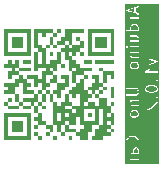
<source format=gbr>
%TF.GenerationSoftware,KiCad,Pcbnew,8.0.3*%
%TF.CreationDate,2024-06-17T22:46:01+08:00*%
%TF.ProjectId,uno_car,756e6f5f-6361-4722-9e6b-696361645f70,v1.0.2*%
%TF.SameCoordinates,Original*%
%TF.FileFunction,Legend,Bot*%
%TF.FilePolarity,Positive*%
%FSLAX46Y46*%
G04 Gerber Fmt 4.6, Leading zero omitted, Abs format (unit mm)*
G04 Created by KiCad (PCBNEW 8.0.3) date 2024-06-17 22:46:01*
%MOMM*%
%LPD*%
G01*
G04 APERTURE LIST*
%ADD10C,0.100000*%
%ADD11C,0.000000*%
G04 APERTURE END LIST*
D10*
G36*
X207726202Y-81537200D02*
G01*
X207762562Y-81604726D01*
X207765731Y-81818912D01*
X207736228Y-81882676D01*
X207460964Y-81884606D01*
X207471140Y-81862613D01*
X207477716Y-81856038D01*
X207480380Y-81842644D01*
X207481396Y-81840449D01*
X207481033Y-81839360D01*
X207481522Y-81836904D01*
X207478265Y-81616799D01*
X207512770Y-81542224D01*
X207580512Y-81505747D01*
X207653010Y-81503335D01*
X207726202Y-81537200D01*
G37*
G36*
X207681687Y-78395780D02*
G01*
X207681881Y-78396070D01*
X207720563Y-78431490D01*
X207762616Y-78509588D01*
X207765424Y-78629100D01*
X207729789Y-78706116D01*
X207729501Y-78706310D01*
X207694078Y-78744992D01*
X207616105Y-78786977D01*
X207354455Y-78790244D01*
X207276594Y-78754218D01*
X207276401Y-78753929D01*
X207237719Y-78718509D01*
X207195666Y-78640409D01*
X207192858Y-78520897D01*
X207228493Y-78443880D01*
X207228782Y-78443688D01*
X207264203Y-78405006D01*
X207342175Y-78363021D01*
X207603827Y-78359754D01*
X207681687Y-78395780D01*
G37*
G36*
X209029339Y-76218745D02*
G01*
X209205651Y-76259528D01*
X209209581Y-76262578D01*
X209291631Y-76300542D01*
X209291825Y-76300832D01*
X209330507Y-76336252D01*
X209372623Y-76414466D01*
X209375035Y-76486963D01*
X209339733Y-76563259D01*
X209339445Y-76563453D01*
X209304022Y-76602135D01*
X209223771Y-76645347D01*
X209219815Y-76645540D01*
X209045364Y-76692441D01*
X209041466Y-76691666D01*
X208819296Y-76694953D01*
X208815498Y-76693159D01*
X208639185Y-76652375D01*
X208635255Y-76649325D01*
X208553205Y-76611361D01*
X208553012Y-76611072D01*
X208514330Y-76575652D01*
X208472214Y-76497436D01*
X208469802Y-76424939D01*
X208505104Y-76348642D01*
X208505393Y-76348450D01*
X208540814Y-76309768D01*
X208621064Y-76266556D01*
X208625022Y-76266364D01*
X208799472Y-76219462D01*
X208803371Y-76220238D01*
X209025540Y-76216950D01*
X209029339Y-76218745D01*
G37*
G36*
X207681687Y-74300542D02*
G01*
X207681881Y-74300832D01*
X207720563Y-74336252D01*
X207762616Y-74414350D01*
X207765424Y-74533862D01*
X207729789Y-74610878D01*
X207729501Y-74611072D01*
X207694078Y-74649754D01*
X207616105Y-74691739D01*
X207354455Y-74695006D01*
X207276594Y-74658980D01*
X207276401Y-74658691D01*
X207237719Y-74623271D01*
X207195666Y-74545171D01*
X207192858Y-74425659D01*
X207228493Y-74348642D01*
X207228782Y-74348450D01*
X207264203Y-74309768D01*
X207342175Y-74267783D01*
X207603827Y-74264516D01*
X207681687Y-74300542D01*
G37*
G36*
X207681687Y-71110066D02*
G01*
X207681881Y-71110356D01*
X207720563Y-71145776D01*
X207762583Y-71223812D01*
X207765611Y-71390601D01*
X207736344Y-71453855D01*
X207224448Y-71455767D01*
X207195699Y-71402376D01*
X207192671Y-71235587D01*
X207228493Y-71158166D01*
X207228782Y-71157974D01*
X207264203Y-71119292D01*
X207342175Y-71077307D01*
X207603827Y-71074040D01*
X207681687Y-71110066D01*
G37*
G36*
X207479904Y-69960428D02*
G01*
X206964682Y-69790715D01*
X207477272Y-69617830D01*
X207479904Y-69960428D01*
G37*
G36*
X209583530Y-82851352D02*
G01*
X206651364Y-82851352D01*
X206651364Y-82598809D01*
X207095808Y-82598809D01*
X207099614Y-82713181D01*
X207126674Y-82740241D01*
X207164942Y-82740241D01*
X207192002Y-82713181D01*
X207195808Y-82694047D01*
X207193191Y-82615415D01*
X207228493Y-82539118D01*
X207228782Y-82538926D01*
X207264203Y-82500244D01*
X207344082Y-82457232D01*
X207831609Y-82454527D01*
X207858669Y-82427467D01*
X207858669Y-82389199D01*
X207831609Y-82362139D01*
X207812475Y-82358333D01*
X207340223Y-82360953D01*
X207332739Y-82358459D01*
X207323285Y-82361047D01*
X207126674Y-82362139D01*
X207099614Y-82389199D01*
X207099614Y-82427467D01*
X207126674Y-82454527D01*
X207145808Y-82458333D01*
X207171265Y-82458191D01*
X207165895Y-82464056D01*
X207160667Y-82465799D01*
X207148705Y-82481211D01*
X207106189Y-82573099D01*
X207099614Y-82579675D01*
X207096949Y-82593068D01*
X207095934Y-82595264D01*
X207096296Y-82596352D01*
X207095808Y-82598809D01*
X206651364Y-82598809D01*
X206651364Y-81598809D01*
X207095808Y-81598809D01*
X207099155Y-81783165D01*
X207095934Y-81792830D01*
X207099572Y-81806114D01*
X207099614Y-81808419D01*
X207100425Y-81809230D01*
X207101087Y-81811646D01*
X207151893Y-81906001D01*
X207155654Y-81917283D01*
X207159629Y-81920368D01*
X207160667Y-81922295D01*
X207163200Y-81923139D01*
X207171066Y-81929244D01*
X207262955Y-81971760D01*
X207269531Y-81978336D01*
X207282924Y-81981000D01*
X207285120Y-81982016D01*
X207286208Y-81981653D01*
X207288665Y-81982142D01*
X207379338Y-81981506D01*
X207380358Y-81982016D01*
X207381941Y-81981488D01*
X207755024Y-81978872D01*
X207761311Y-81982016D01*
X207771078Y-81978760D01*
X207831609Y-81978336D01*
X207858669Y-81951276D01*
X207858669Y-81913008D01*
X207838232Y-81892571D01*
X207852093Y-81862613D01*
X207858669Y-81856038D01*
X207861333Y-81842644D01*
X207862349Y-81840449D01*
X207861986Y-81839360D01*
X207862475Y-81836904D01*
X207859046Y-81605171D01*
X207862349Y-81595264D01*
X207858702Y-81581949D01*
X207858669Y-81579675D01*
X207857857Y-81578863D01*
X207857196Y-81576448D01*
X207806386Y-81482086D01*
X207802628Y-81470811D01*
X207798654Y-81467727D01*
X207797616Y-81465798D01*
X207795080Y-81464952D01*
X207787216Y-81458849D01*
X207695326Y-81416333D01*
X207688751Y-81409758D01*
X207675355Y-81407093D01*
X207673161Y-81406078D01*
X207672073Y-81406440D01*
X207669617Y-81405952D01*
X207579456Y-81408952D01*
X207570834Y-81406078D01*
X207557694Y-81409676D01*
X207555245Y-81409758D01*
X207554433Y-81410569D01*
X207552018Y-81411231D01*
X207457656Y-81462040D01*
X207446381Y-81465799D01*
X207443297Y-81469772D01*
X207441368Y-81470811D01*
X207440522Y-81473346D01*
X207434419Y-81481211D01*
X207391903Y-81573099D01*
X207385328Y-81579675D01*
X207382663Y-81593068D01*
X207381648Y-81595264D01*
X207382010Y-81596352D01*
X207381522Y-81598809D01*
X207384778Y-81818912D01*
X207354036Y-81885355D01*
X207307271Y-81885683D01*
X207232080Y-81850893D01*
X207195699Y-81783328D01*
X207192671Y-81616539D01*
X207243301Y-81507116D01*
X207231199Y-81470811D01*
X207196971Y-81453697D01*
X207160667Y-81465799D01*
X207148705Y-81481211D01*
X207106189Y-81573099D01*
X207099614Y-81579675D01*
X207096949Y-81593068D01*
X207095934Y-81595264D01*
X207096296Y-81596352D01*
X207095808Y-81598809D01*
X206651364Y-81598809D01*
X206651364Y-80789285D01*
X206762475Y-80789285D01*
X206765343Y-80875493D01*
X206762601Y-80880979D01*
X206765041Y-80900334D01*
X206813900Y-81036645D01*
X206813900Y-81046514D01*
X206821530Y-81057933D01*
X206822321Y-81060139D01*
X206823347Y-81060652D01*
X206824739Y-81062735D01*
X206888578Y-81121193D01*
X206926847Y-81121193D01*
X206953907Y-81094133D01*
X206953907Y-81055864D01*
X206943068Y-81039643D01*
X206905143Y-81004916D01*
X206862302Y-80885392D01*
X206862475Y-80884523D01*
X206859836Y-80805223D01*
X206859909Y-80805096D01*
X206899170Y-80677872D01*
X206976991Y-80596103D01*
X206977693Y-80595911D01*
X207058739Y-80552270D01*
X207062697Y-80552078D01*
X207237147Y-80505176D01*
X207241046Y-80505952D01*
X207368592Y-80502955D01*
X207371776Y-80504459D01*
X207548088Y-80545242D01*
X207552018Y-80548292D01*
X207634068Y-80586256D01*
X207634262Y-80586546D01*
X207719298Y-80667475D01*
X207762648Y-80788414D01*
X207762475Y-80789285D01*
X207765113Y-80868584D01*
X207765041Y-80868712D01*
X207725708Y-80996165D01*
X207671042Y-81055864D01*
X207671042Y-81094133D01*
X207698101Y-81121193D01*
X207736370Y-81121193D01*
X207752591Y-81110355D01*
X207795148Y-81063880D01*
X207802629Y-81060140D01*
X207809315Y-81048408D01*
X207811050Y-81046515D01*
X207811050Y-81045366D01*
X207812290Y-81043191D01*
X207853869Y-80908456D01*
X207858669Y-80903657D01*
X207862475Y-80884523D01*
X207859606Y-80798314D01*
X207862349Y-80792829D01*
X207859909Y-80773473D01*
X207811050Y-80637161D01*
X207811050Y-80627294D01*
X207803420Y-80615876D01*
X207802629Y-80613668D01*
X207801601Y-80613154D01*
X207800211Y-80611073D01*
X207709490Y-80524733D01*
X207707389Y-80518430D01*
X207691977Y-80506468D01*
X207606165Y-80466763D01*
X207604145Y-80463397D01*
X207586506Y-80455064D01*
X207406766Y-80413487D01*
X207403037Y-80409758D01*
X207383903Y-80405952D01*
X207252636Y-80409036D01*
X207248405Y-80406497D01*
X207228919Y-80407445D01*
X207051426Y-80455164D01*
X207047025Y-80453697D01*
X207028209Y-80458850D01*
X206942508Y-80504996D01*
X206936198Y-80504996D01*
X206919977Y-80515835D01*
X206830994Y-80609332D01*
X206822321Y-80613669D01*
X206815531Y-80625579D01*
X206813900Y-80627294D01*
X206813900Y-80628441D01*
X206812660Y-80630617D01*
X206771080Y-80765351D01*
X206766281Y-80770151D01*
X206762475Y-80789285D01*
X206651364Y-80789285D01*
X206651364Y-79265476D01*
X207381522Y-79265476D01*
X207385328Y-80046515D01*
X207412388Y-80073575D01*
X207450656Y-80073575D01*
X207477716Y-80046515D01*
X207481522Y-80027381D01*
X207477716Y-79246342D01*
X207450656Y-79219282D01*
X207412388Y-79219282D01*
X207385328Y-79246342D01*
X207381522Y-79265476D01*
X206651364Y-79265476D01*
X206651364Y-78503571D01*
X207095808Y-78503571D01*
X207099029Y-78640685D01*
X207095934Y-78649973D01*
X207099558Y-78663208D01*
X207099614Y-78665562D01*
X207100425Y-78666373D01*
X207101087Y-78668789D01*
X207147233Y-78754489D01*
X207147233Y-78760800D01*
X207158072Y-78777021D01*
X207160623Y-78779357D01*
X207160667Y-78779438D01*
X207160736Y-78779461D01*
X207201530Y-78816816D01*
X207203273Y-78822045D01*
X207218685Y-78834006D01*
X207310574Y-78876522D01*
X207317150Y-78883098D01*
X207330543Y-78885762D01*
X207332739Y-78886778D01*
X207333827Y-78886415D01*
X207336284Y-78886904D01*
X207615463Y-78883418D01*
X207625543Y-78886778D01*
X207638877Y-78883126D01*
X207641132Y-78883098D01*
X207641943Y-78882286D01*
X207644359Y-78881625D01*
X207730059Y-78835479D01*
X207736370Y-78835479D01*
X207752591Y-78824641D01*
X207754929Y-78822087D01*
X207755008Y-78822045D01*
X207755030Y-78821976D01*
X207792386Y-78781181D01*
X207797616Y-78779439D01*
X207809577Y-78764027D01*
X207852093Y-78672137D01*
X207858669Y-78665562D01*
X207861333Y-78652168D01*
X207862349Y-78649973D01*
X207861986Y-78648884D01*
X207862475Y-78646428D01*
X207859253Y-78509312D01*
X207862349Y-78500026D01*
X207858724Y-78486790D01*
X207858669Y-78484437D01*
X207857857Y-78483625D01*
X207857196Y-78481210D01*
X207811050Y-78395509D01*
X207811050Y-78389198D01*
X207800211Y-78372977D01*
X207797659Y-78370640D01*
X207797616Y-78370560D01*
X207797545Y-78370536D01*
X207756750Y-78333181D01*
X207755008Y-78327954D01*
X207739596Y-78315992D01*
X207647707Y-78273476D01*
X207641132Y-78266901D01*
X207627738Y-78264236D01*
X207625543Y-78263221D01*
X207624454Y-78263583D01*
X207621998Y-78263095D01*
X207342817Y-78266580D01*
X207332739Y-78263221D01*
X207319404Y-78266872D01*
X207317150Y-78266901D01*
X207316338Y-78267712D01*
X207313923Y-78268374D01*
X207228222Y-78314520D01*
X207221911Y-78314520D01*
X207205690Y-78325359D01*
X207203353Y-78327910D01*
X207203273Y-78327954D01*
X207203249Y-78328024D01*
X207165895Y-78368818D01*
X207160667Y-78370561D01*
X207148705Y-78385973D01*
X207106189Y-78477861D01*
X207099614Y-78484437D01*
X207096949Y-78497830D01*
X207095934Y-78500026D01*
X207096296Y-78501114D01*
X207095808Y-78503571D01*
X206651364Y-78503571D01*
X206651364Y-77598809D01*
X207095808Y-77598809D01*
X207099029Y-77735923D01*
X207095934Y-77745211D01*
X207099558Y-77758446D01*
X207099614Y-77760800D01*
X207100425Y-77761611D01*
X207101087Y-77764027D01*
X207151893Y-77858382D01*
X207155654Y-77869664D01*
X207159629Y-77872749D01*
X207160667Y-77874676D01*
X207163200Y-77875520D01*
X207171066Y-77881625D01*
X207262955Y-77924141D01*
X207269531Y-77930717D01*
X207282924Y-77933381D01*
X207285120Y-77934397D01*
X207286208Y-77934034D01*
X207288665Y-77934523D01*
X207831609Y-77930717D01*
X207858669Y-77903657D01*
X207858669Y-77865389D01*
X207831609Y-77838329D01*
X207812475Y-77834523D01*
X207307271Y-77838064D01*
X207232080Y-77803274D01*
X207198907Y-77741666D01*
X208372419Y-77741666D01*
X208375847Y-77973397D01*
X208372545Y-77983306D01*
X208376191Y-77996620D01*
X208376225Y-77998895D01*
X208377036Y-77999706D01*
X208377698Y-78002122D01*
X208423844Y-78087822D01*
X208423844Y-78094133D01*
X208434683Y-78110354D01*
X208437234Y-78112690D01*
X208437278Y-78112771D01*
X208437347Y-78112794D01*
X208478141Y-78150149D01*
X208479884Y-78155378D01*
X208495296Y-78167339D01*
X208587185Y-78209855D01*
X208593761Y-78216431D01*
X208607154Y-78219095D01*
X208609350Y-78220111D01*
X208610438Y-78219748D01*
X208612895Y-78220237D01*
X208699103Y-78217368D01*
X208704589Y-78220111D01*
X208723944Y-78217671D01*
X208860255Y-78168812D01*
X208870124Y-78168812D01*
X208881543Y-78161181D01*
X208883749Y-78160391D01*
X208884262Y-78159364D01*
X208886345Y-78157973D01*
X209373107Y-77666711D01*
X209376225Y-78189371D01*
X209403285Y-78216431D01*
X209441553Y-78216431D01*
X209468613Y-78189371D01*
X209472419Y-78170237D01*
X209468613Y-77532056D01*
X209441553Y-77504996D01*
X209403285Y-77504996D01*
X209387064Y-77515835D01*
X208831547Y-78076485D01*
X208709002Y-78120409D01*
X208708133Y-78120237D01*
X208629502Y-78122853D01*
X208553205Y-78087551D01*
X208553012Y-78087262D01*
X208514330Y-78051842D01*
X208472331Y-77973842D01*
X208469162Y-77759656D01*
X208505104Y-77681975D01*
X208505393Y-77681783D01*
X208563851Y-77617944D01*
X208563851Y-77579675D01*
X208536791Y-77552615D01*
X208498522Y-77552615D01*
X208482301Y-77563454D01*
X208442506Y-77606913D01*
X208437278Y-77608656D01*
X208425316Y-77624068D01*
X208382800Y-77715956D01*
X208376225Y-77722532D01*
X208373560Y-77735925D01*
X208372545Y-77738121D01*
X208372907Y-77739209D01*
X208372419Y-77741666D01*
X207198907Y-77741666D01*
X207195666Y-77735647D01*
X207192858Y-77616135D01*
X207228493Y-77539118D01*
X207228782Y-77538926D01*
X207259554Y-77505320D01*
X207831609Y-77502146D01*
X207858669Y-77475086D01*
X207858669Y-77436818D01*
X207831609Y-77409758D01*
X207812475Y-77405952D01*
X207126674Y-77409758D01*
X207099614Y-77436818D01*
X207099614Y-77475086D01*
X207126674Y-77502146D01*
X207137978Y-77504394D01*
X207106189Y-77573099D01*
X207099614Y-77579675D01*
X207096949Y-77593068D01*
X207095934Y-77595264D01*
X207096296Y-77596352D01*
X207095808Y-77598809D01*
X206651364Y-77598809D01*
X206651364Y-77151103D01*
X209280986Y-77151103D01*
X209280986Y-77151104D01*
X209280986Y-77189373D01*
X209291825Y-77205594D01*
X209355666Y-77264051D01*
X209393934Y-77264051D01*
X209393935Y-77264051D01*
X209393937Y-77264048D01*
X209410155Y-77253212D01*
X209468613Y-77189373D01*
X209468613Y-77151104D01*
X209468613Y-77151103D01*
X209457774Y-77134882D01*
X209393945Y-77076435D01*
X209393935Y-77076425D01*
X209355666Y-77076425D01*
X209339445Y-77087263D01*
X209280986Y-77151103D01*
X206651364Y-77151103D01*
X206651364Y-76389199D01*
X206766281Y-76389199D01*
X206766281Y-76427467D01*
X206793341Y-76454527D01*
X206812475Y-76458333D01*
X207603197Y-76454701D01*
X207681687Y-76491018D01*
X207681881Y-76491308D01*
X207720563Y-76526728D01*
X207762583Y-76604764D01*
X207765611Y-76771553D01*
X207729789Y-76848973D01*
X207729501Y-76849167D01*
X207694078Y-76887849D01*
X207616193Y-76929787D01*
X206793341Y-76933567D01*
X206766281Y-76960627D01*
X206766281Y-76998895D01*
X206793341Y-77025955D01*
X206812475Y-77029761D01*
X207614864Y-77026075D01*
X207625543Y-77029635D01*
X207638943Y-77025965D01*
X207641132Y-77025955D01*
X207641943Y-77025143D01*
X207644359Y-77024482D01*
X207730059Y-76978336D01*
X207736370Y-76978336D01*
X207752591Y-76967498D01*
X207754929Y-76964944D01*
X207755008Y-76964902D01*
X207755030Y-76964833D01*
X207792386Y-76924038D01*
X207797616Y-76922296D01*
X207809577Y-76906884D01*
X207852093Y-76814994D01*
X207858669Y-76808419D01*
X207861333Y-76795025D01*
X207862349Y-76792830D01*
X207861986Y-76791741D01*
X207862475Y-76789285D01*
X207859127Y-76604928D01*
X207862349Y-76595264D01*
X207858710Y-76581979D01*
X207858669Y-76579675D01*
X207857857Y-76578863D01*
X207857196Y-76576448D01*
X207811050Y-76490747D01*
X207811050Y-76484436D01*
X207800211Y-76468215D01*
X207797659Y-76465878D01*
X207797616Y-76465798D01*
X207797545Y-76465774D01*
X207756750Y-76428419D01*
X207755008Y-76423192D01*
X207739596Y-76411230D01*
X207733335Y-76408333D01*
X208372419Y-76408333D01*
X208375419Y-76498492D01*
X208372545Y-76507116D01*
X208376143Y-76520255D01*
X208376225Y-76522705D01*
X208377036Y-76523516D01*
X208377698Y-76525932D01*
X208423844Y-76611632D01*
X208423844Y-76617943D01*
X208434683Y-76634164D01*
X208437234Y-76636500D01*
X208437278Y-76636581D01*
X208437347Y-76636604D01*
X208478141Y-76673959D01*
X208479884Y-76679188D01*
X208495296Y-76691149D01*
X208581108Y-76730853D01*
X208583129Y-76734221D01*
X208600768Y-76742554D01*
X208780507Y-76784130D01*
X208784237Y-76787860D01*
X208803371Y-76791666D01*
X209029440Y-76788321D01*
X209034107Y-76791121D01*
X209053593Y-76790173D01*
X209231085Y-76742453D01*
X209235487Y-76743921D01*
X209254303Y-76738768D01*
X209340003Y-76692622D01*
X209346314Y-76692622D01*
X209362535Y-76681784D01*
X209364873Y-76679230D01*
X209364952Y-76679188D01*
X209364974Y-76679119D01*
X209402330Y-76638324D01*
X209407560Y-76636582D01*
X209419521Y-76621170D01*
X209462037Y-76529280D01*
X209468613Y-76522705D01*
X209471277Y-76509311D01*
X209472293Y-76507116D01*
X209471930Y-76506027D01*
X209472419Y-76503571D01*
X209469418Y-76413410D01*
X209472293Y-76404788D01*
X209468694Y-76391648D01*
X209468613Y-76389199D01*
X209467801Y-76388387D01*
X209467140Y-76385972D01*
X209420994Y-76300271D01*
X209420994Y-76293960D01*
X209410155Y-76277739D01*
X209407603Y-76275402D01*
X209407560Y-76275322D01*
X209407489Y-76275298D01*
X209366694Y-76237943D01*
X209364952Y-76232716D01*
X209349540Y-76220754D01*
X209263728Y-76181049D01*
X209261708Y-76177683D01*
X209244069Y-76169350D01*
X209064329Y-76127773D01*
X209060600Y-76124044D01*
X209041466Y-76120238D01*
X208815396Y-76123582D01*
X208810730Y-76120783D01*
X208791244Y-76121731D01*
X208613751Y-76169450D01*
X208609350Y-76167983D01*
X208590534Y-76173136D01*
X208504833Y-76219282D01*
X208498522Y-76219282D01*
X208482301Y-76230121D01*
X208479964Y-76232672D01*
X208479884Y-76232716D01*
X208479860Y-76232786D01*
X208442506Y-76273580D01*
X208437278Y-76275323D01*
X208425316Y-76290735D01*
X208382800Y-76382623D01*
X208376225Y-76389199D01*
X208373560Y-76402592D01*
X208372545Y-76404788D01*
X208372907Y-76405876D01*
X208372419Y-76408333D01*
X207733335Y-76408333D01*
X207647707Y-76368714D01*
X207641132Y-76362139D01*
X207627738Y-76359474D01*
X207625543Y-76358459D01*
X207624454Y-76358821D01*
X207621998Y-76358333D01*
X206793341Y-76362139D01*
X206766281Y-76389199D01*
X206651364Y-76389199D01*
X206651364Y-75170238D01*
X207381522Y-75170238D01*
X207385328Y-75951277D01*
X207412388Y-75978337D01*
X207450656Y-75978337D01*
X207477716Y-75951277D01*
X207481522Y-75932143D01*
X207480501Y-75722532D01*
X209280986Y-75722532D01*
X209280986Y-75722533D01*
X209280986Y-75760802D01*
X209291825Y-75777023D01*
X209355666Y-75835480D01*
X209393934Y-75835480D01*
X209393935Y-75835480D01*
X209393937Y-75835477D01*
X209410155Y-75824641D01*
X209468613Y-75760802D01*
X209468613Y-75722533D01*
X209468613Y-75722532D01*
X209457774Y-75706311D01*
X209393945Y-75647864D01*
X209393935Y-75647854D01*
X209355666Y-75647854D01*
X209339445Y-75658692D01*
X209280986Y-75722532D01*
X207480501Y-75722532D01*
X207477716Y-75151104D01*
X207450656Y-75124044D01*
X207412388Y-75124044D01*
X207385328Y-75151104D01*
X207381522Y-75170238D01*
X206651364Y-75170238D01*
X206651364Y-75037084D01*
X208373370Y-75037084D01*
X208376225Y-75041366D01*
X208376225Y-75046515D01*
X208386521Y-75056811D01*
X208394597Y-75068925D01*
X208399644Y-75069934D01*
X208403285Y-75073575D01*
X208422419Y-75077381D01*
X209374559Y-75073825D01*
X209376225Y-75332229D01*
X209403285Y-75359289D01*
X209441553Y-75359289D01*
X209468613Y-75332229D01*
X209472419Y-75313095D01*
X209468613Y-74722533D01*
X209441553Y-74695473D01*
X209403285Y-74695473D01*
X209376225Y-74722533D01*
X209372419Y-74741667D01*
X209373939Y-74977562D01*
X208577256Y-74980537D01*
X208580418Y-74978337D01*
X208584410Y-74978337D01*
X208600631Y-74967498D01*
X208686968Y-74876779D01*
X208693274Y-74874678D01*
X208705235Y-74859266D01*
X208758007Y-74745212D01*
X208745905Y-74708907D01*
X208711677Y-74691793D01*
X208675373Y-74703895D01*
X208663411Y-74719307D01*
X208625447Y-74801357D01*
X208625159Y-74801550D01*
X208542360Y-74888549D01*
X208537541Y-74890540D01*
X208407298Y-74981172D01*
X208403285Y-74981187D01*
X208394152Y-74990319D01*
X208380875Y-74999559D01*
X208379865Y-75004606D01*
X208376225Y-75008247D01*
X208376225Y-75022809D01*
X208373370Y-75037084D01*
X206651364Y-75037084D01*
X206651364Y-74408333D01*
X207095808Y-74408333D01*
X207099029Y-74545447D01*
X207095934Y-74554735D01*
X207099558Y-74567970D01*
X207099614Y-74570324D01*
X207100425Y-74571135D01*
X207101087Y-74573551D01*
X207147233Y-74659251D01*
X207147233Y-74665562D01*
X207158072Y-74681783D01*
X207160623Y-74684119D01*
X207160667Y-74684200D01*
X207160736Y-74684223D01*
X207201530Y-74721578D01*
X207203273Y-74726807D01*
X207218685Y-74738768D01*
X207310574Y-74781284D01*
X207317150Y-74787860D01*
X207330543Y-74790524D01*
X207332739Y-74791540D01*
X207333827Y-74791177D01*
X207336284Y-74791666D01*
X207615463Y-74788180D01*
X207625543Y-74791540D01*
X207638877Y-74787888D01*
X207641132Y-74787860D01*
X207641943Y-74787048D01*
X207644359Y-74786387D01*
X207730059Y-74740241D01*
X207736370Y-74740241D01*
X207752591Y-74729403D01*
X207754929Y-74726849D01*
X207755008Y-74726807D01*
X207755030Y-74726738D01*
X207792386Y-74685943D01*
X207797616Y-74684201D01*
X207809577Y-74668789D01*
X207852093Y-74576899D01*
X207858669Y-74570324D01*
X207861333Y-74556930D01*
X207862349Y-74554735D01*
X207861986Y-74553646D01*
X207862475Y-74551190D01*
X207859253Y-74414074D01*
X207862349Y-74404788D01*
X207858724Y-74391552D01*
X207858669Y-74389199D01*
X207857857Y-74388387D01*
X207857196Y-74385972D01*
X207811050Y-74300271D01*
X207811050Y-74293960D01*
X207800211Y-74277739D01*
X207797659Y-74275402D01*
X207797616Y-74275322D01*
X207797545Y-74275298D01*
X207756750Y-74237943D01*
X207755008Y-74232716D01*
X207739596Y-74220754D01*
X207647707Y-74178238D01*
X207641132Y-74171663D01*
X207627738Y-74168998D01*
X207625543Y-74167983D01*
X207624454Y-74168345D01*
X207621998Y-74167857D01*
X207342817Y-74171342D01*
X207332739Y-74167983D01*
X207319404Y-74171634D01*
X207317150Y-74171663D01*
X207316338Y-74172474D01*
X207313923Y-74173136D01*
X207228222Y-74219282D01*
X207221911Y-74219282D01*
X207205690Y-74230121D01*
X207203353Y-74232672D01*
X207203273Y-74232716D01*
X207203249Y-74232786D01*
X207165895Y-74273580D01*
X207160667Y-74275323D01*
X207148705Y-74290735D01*
X207106189Y-74382623D01*
X207099614Y-74389199D01*
X207096949Y-74402592D01*
X207095934Y-74404788D01*
X207096296Y-74405876D01*
X207095808Y-74408333D01*
X206651364Y-74408333D01*
X206651364Y-73934626D01*
X208705814Y-73934626D01*
X208722196Y-73969210D01*
X208738935Y-73979230D01*
X209279261Y-74169019D01*
X208722196Y-74371266D01*
X208705814Y-74405850D01*
X208718685Y-74441889D01*
X208753269Y-74458271D01*
X208772569Y-74455420D01*
X209422675Y-74219394D01*
X209424901Y-74220176D01*
X209439269Y-74213370D01*
X209455975Y-74207305D01*
X209457103Y-74204922D01*
X209459486Y-74203794D01*
X209465148Y-74187938D01*
X209472357Y-74172721D01*
X209471470Y-74170238D01*
X209472357Y-74167755D01*
X209465148Y-74152537D01*
X209459486Y-74136682D01*
X209457103Y-74135553D01*
X209455975Y-74133171D01*
X209439236Y-74123151D01*
X208753269Y-73882205D01*
X208718685Y-73898587D01*
X208705814Y-73934626D01*
X206651364Y-73934626D01*
X206651364Y-73503571D01*
X207095808Y-73503571D01*
X207099029Y-73640685D01*
X207095934Y-73649973D01*
X207099558Y-73663208D01*
X207099614Y-73665562D01*
X207100425Y-73666373D01*
X207101087Y-73668789D01*
X207151893Y-73763144D01*
X207155654Y-73774426D01*
X207159629Y-73777511D01*
X207160667Y-73779438D01*
X207163200Y-73780282D01*
X207171066Y-73786387D01*
X207262955Y-73828903D01*
X207269531Y-73835479D01*
X207282924Y-73838143D01*
X207285120Y-73839159D01*
X207286208Y-73838796D01*
X207288665Y-73839285D01*
X207831609Y-73835479D01*
X207858669Y-73808419D01*
X207858669Y-73770151D01*
X207831609Y-73743091D01*
X207812475Y-73739285D01*
X207307271Y-73742826D01*
X207232080Y-73708036D01*
X207195666Y-73640409D01*
X207192858Y-73520897D01*
X207228493Y-73443880D01*
X207228782Y-73443688D01*
X207259554Y-73410082D01*
X207831609Y-73406908D01*
X207858669Y-73379848D01*
X207858669Y-73341580D01*
X207831609Y-73314520D01*
X207812475Y-73310714D01*
X207126674Y-73314520D01*
X207099614Y-73341580D01*
X207099614Y-73379848D01*
X207126674Y-73406908D01*
X207137978Y-73409156D01*
X207106189Y-73477861D01*
X207099614Y-73484437D01*
X207096949Y-73497830D01*
X207095934Y-73500026D01*
X207096296Y-73501114D01*
X207095808Y-73503571D01*
X206651364Y-73503571D01*
X206651364Y-72865390D01*
X206766281Y-72865390D01*
X206766281Y-72903658D01*
X206777120Y-72919879D01*
X206840959Y-72978337D01*
X206840960Y-72978337D01*
X206879228Y-72978337D01*
X206895449Y-72967498D01*
X206953907Y-72903659D01*
X206953907Y-72865390D01*
X207099614Y-72865390D01*
X207099614Y-72903658D01*
X207126674Y-72930718D01*
X207145808Y-72934524D01*
X207831609Y-72930718D01*
X207858669Y-72903658D01*
X207858669Y-72865390D01*
X207831609Y-72838330D01*
X207812475Y-72834524D01*
X207126674Y-72838330D01*
X207099614Y-72865390D01*
X206953907Y-72865390D01*
X206953907Y-72865389D01*
X206943068Y-72849168D01*
X206879228Y-72790711D01*
X206840959Y-72790711D01*
X206824738Y-72801550D01*
X206766282Y-72865389D01*
X206766281Y-72865390D01*
X206651364Y-72865390D01*
X206651364Y-71960628D01*
X207099614Y-71960628D01*
X207099614Y-71998896D01*
X207126674Y-72025956D01*
X207145808Y-72029762D01*
X207651012Y-72026220D01*
X207726202Y-72061010D01*
X207762616Y-72128636D01*
X207765424Y-72248148D01*
X207729789Y-72325164D01*
X207729501Y-72325358D01*
X207698727Y-72358964D01*
X207126674Y-72362139D01*
X207099614Y-72389199D01*
X207099614Y-72427467D01*
X207126674Y-72454527D01*
X207145808Y-72458333D01*
X207831609Y-72454527D01*
X207858669Y-72427467D01*
X207858669Y-72389199D01*
X207831609Y-72362139D01*
X207820304Y-72359890D01*
X207852093Y-72291185D01*
X207858669Y-72284610D01*
X207861333Y-72271216D01*
X207862349Y-72269021D01*
X207861986Y-72267932D01*
X207862475Y-72265476D01*
X207859253Y-72128360D01*
X207862349Y-72119074D01*
X207858724Y-72105838D01*
X207858669Y-72103485D01*
X207857857Y-72102673D01*
X207857196Y-72100258D01*
X207806386Y-72005896D01*
X207802628Y-71994621D01*
X207798654Y-71991537D01*
X207797616Y-71989608D01*
X207795080Y-71988762D01*
X207787216Y-71982659D01*
X207695326Y-71940143D01*
X207688751Y-71933568D01*
X207675355Y-71930903D01*
X207673161Y-71929888D01*
X207672073Y-71930250D01*
X207669617Y-71929762D01*
X207126674Y-71933568D01*
X207099614Y-71960628D01*
X206651364Y-71960628D01*
X206651364Y-71484437D01*
X206766281Y-71484437D01*
X206766281Y-71522705D01*
X206793341Y-71549765D01*
X206812475Y-71553571D01*
X207193085Y-71552149D01*
X207196971Y-71553445D01*
X207199610Y-71552125D01*
X207754526Y-71550052D01*
X207761311Y-71553445D01*
X207771680Y-71549988D01*
X207831609Y-71549765D01*
X207858669Y-71522705D01*
X207858669Y-71484437D01*
X207838232Y-71464000D01*
X207852093Y-71434042D01*
X207858669Y-71427467D01*
X207861333Y-71414073D01*
X207862349Y-71411878D01*
X207861986Y-71410789D01*
X207862475Y-71408333D01*
X207859127Y-71223976D01*
X207862349Y-71214312D01*
X207858710Y-71201027D01*
X207858669Y-71198723D01*
X207857857Y-71197911D01*
X207857196Y-71195496D01*
X207811050Y-71109795D01*
X207811050Y-71103484D01*
X207800211Y-71087263D01*
X207797659Y-71084926D01*
X207797616Y-71084846D01*
X207797545Y-71084822D01*
X207756750Y-71047467D01*
X207755008Y-71042240D01*
X207739596Y-71030278D01*
X207647707Y-70987762D01*
X207641132Y-70981187D01*
X207627738Y-70978522D01*
X207625543Y-70977507D01*
X207624454Y-70977869D01*
X207621998Y-70977381D01*
X207342817Y-70980866D01*
X207332739Y-70977507D01*
X207319404Y-70981158D01*
X207317150Y-70981187D01*
X207316338Y-70981998D01*
X207313923Y-70982660D01*
X207228222Y-71028806D01*
X207221911Y-71028806D01*
X207205690Y-71039645D01*
X207203353Y-71042196D01*
X207203273Y-71042240D01*
X207203249Y-71042310D01*
X207165895Y-71083104D01*
X207160667Y-71084847D01*
X207148705Y-71100259D01*
X207106189Y-71192147D01*
X207099614Y-71198723D01*
X207096949Y-71212116D01*
X207095934Y-71214312D01*
X207096296Y-71215400D01*
X207095808Y-71217857D01*
X207099155Y-71402213D01*
X207095934Y-71411878D01*
X207099572Y-71425162D01*
X207099614Y-71427467D01*
X207100425Y-71428278D01*
X207101087Y-71430694D01*
X207114808Y-71456176D01*
X206793341Y-71457377D01*
X206766281Y-71484437D01*
X206651364Y-71484437D01*
X206651364Y-70646428D01*
X207095808Y-70646428D01*
X207099614Y-70760800D01*
X207126674Y-70787860D01*
X207164942Y-70787860D01*
X207192002Y-70760800D01*
X207195808Y-70741666D01*
X207193191Y-70663034D01*
X207228493Y-70586737D01*
X207228782Y-70586545D01*
X207264203Y-70547863D01*
X207344082Y-70504851D01*
X207831609Y-70502146D01*
X207858669Y-70475086D01*
X207858669Y-70436818D01*
X207831609Y-70409758D01*
X207812475Y-70405952D01*
X207340223Y-70408572D01*
X207332739Y-70406078D01*
X207323285Y-70408666D01*
X207126674Y-70409758D01*
X207099614Y-70436818D01*
X207099614Y-70475086D01*
X207126674Y-70502146D01*
X207145808Y-70505952D01*
X207171265Y-70505810D01*
X207165895Y-70511675D01*
X207160667Y-70513418D01*
X207148705Y-70528830D01*
X207106189Y-70620718D01*
X207099614Y-70627294D01*
X207096949Y-70640687D01*
X207095934Y-70642883D01*
X207096296Y-70643971D01*
X207095808Y-70646428D01*
X206651364Y-70646428D01*
X206651364Y-69785741D01*
X206762601Y-69785741D01*
X206763782Y-69789285D01*
X206762601Y-69792829D01*
X206769688Y-69807005D01*
X206774702Y-69822045D01*
X206778044Y-69823715D01*
X206779715Y-69827058D01*
X206796664Y-69836719D01*
X207503650Y-70069598D01*
X207507626Y-70073574D01*
X207515719Y-70073574D01*
X207816019Y-70172492D01*
X207850247Y-70155378D01*
X207862349Y-70119074D01*
X207845234Y-70084845D01*
X207828286Y-70075184D01*
X207576490Y-69992243D01*
X207573364Y-69585420D01*
X207845234Y-69493725D01*
X207862349Y-69459496D01*
X207850247Y-69423192D01*
X207816019Y-69406078D01*
X207796663Y-69408518D01*
X207510614Y-69504996D01*
X207507626Y-69504996D01*
X207506105Y-69506516D01*
X206812301Y-69740521D01*
X206808931Y-69739411D01*
X206795120Y-69746316D01*
X206779715Y-69751512D01*
X206778044Y-69754854D01*
X206774702Y-69756525D01*
X206769688Y-69771564D01*
X206762601Y-69785741D01*
X206651364Y-69785741D01*
X206651364Y-69294967D01*
X209583530Y-69294967D01*
X209583530Y-82851352D01*
G37*
D11*
%TO.C,G\u002A\u002A\u002A*%
G36*
X198039877Y-72555928D02*
G01*
X198039877Y-73039877D01*
X197555928Y-73039877D01*
X197071979Y-73039877D01*
X197071979Y-72555928D01*
X197071979Y-72071979D01*
X197555928Y-72071979D01*
X198039877Y-72071979D01*
X198039877Y-72555928D01*
G37*
G36*
X198039877Y-79653850D02*
G01*
X198039877Y-80137799D01*
X197555928Y-80137799D01*
X197071979Y-80137799D01*
X197071979Y-79653850D01*
X197071979Y-79169900D01*
X197555928Y-79169900D01*
X198039877Y-79169900D01*
X198039877Y-79653850D01*
G37*
G36*
X198685143Y-74169092D02*
G01*
X198685143Y-74330408D01*
X198362510Y-74330408D01*
X198039877Y-74330408D01*
X198039877Y-74169092D01*
X198039877Y-74007776D01*
X198362510Y-74007776D01*
X198685143Y-74007776D01*
X198685143Y-74169092D01*
G37*
G36*
X199330408Y-80299115D02*
G01*
X199330408Y-80460432D01*
X199169092Y-80460432D01*
X199007776Y-80460432D01*
X199007776Y-80299115D01*
X199007776Y-80137799D01*
X199169092Y-80137799D01*
X199330408Y-80137799D01*
X199330408Y-80299115D01*
G37*
G36*
X199653041Y-80621748D02*
G01*
X199653041Y-80783064D01*
X199491725Y-80783064D01*
X199330408Y-80783064D01*
X199330408Y-80621748D01*
X199330408Y-80460432D01*
X199491725Y-80460432D01*
X199653041Y-80460432D01*
X199653041Y-80621748D01*
G37*
G36*
X199975674Y-78040686D02*
G01*
X199975674Y-78202002D01*
X199814358Y-78202002D01*
X199653041Y-78202002D01*
X199653041Y-78040686D01*
X199653041Y-77879369D01*
X199814358Y-77879369D01*
X199975674Y-77879369D01*
X199975674Y-78040686D01*
G37*
G36*
X200298307Y-72878561D02*
G01*
X200298307Y-73039877D01*
X200136990Y-73039877D01*
X199975674Y-73039877D01*
X199975674Y-72878561D01*
X199975674Y-72717244D01*
X200136990Y-72717244D01*
X200298307Y-72717244D01*
X200298307Y-72878561D01*
G37*
G36*
X200620940Y-73523826D02*
G01*
X200620940Y-73685143D01*
X200459623Y-73685143D01*
X200298307Y-73685143D01*
X200298307Y-73523826D01*
X200298307Y-73362510D01*
X200459623Y-73362510D01*
X200620940Y-73362510D01*
X200620940Y-73523826D01*
G37*
G36*
X200943572Y-80621748D02*
G01*
X200943572Y-80783064D01*
X200782256Y-80783064D01*
X200620940Y-80783064D01*
X200620940Y-80621748D01*
X200620940Y-80460432D01*
X200782256Y-80460432D01*
X200943572Y-80460432D01*
X200943572Y-80621748D01*
G37*
G36*
X201588838Y-74491725D02*
G01*
X201588838Y-74653041D01*
X201427522Y-74653041D01*
X201266205Y-74653041D01*
X201266205Y-74491725D01*
X201266205Y-74330408D01*
X201427522Y-74330408D01*
X201588838Y-74330408D01*
X201588838Y-74491725D01*
G37*
G36*
X202234104Y-80621748D02*
G01*
X202234104Y-80783064D01*
X202072787Y-80783064D01*
X201911471Y-80783064D01*
X201911471Y-80621748D01*
X201911471Y-80460432D01*
X202072787Y-80460432D01*
X202234104Y-80460432D01*
X202234104Y-80621748D01*
G37*
G36*
X203202002Y-73523826D02*
G01*
X203202002Y-73685143D01*
X203040686Y-73685143D01*
X202879369Y-73685143D01*
X202879369Y-73523826D01*
X202879369Y-73362510D01*
X203040686Y-73362510D01*
X203202002Y-73362510D01*
X203202002Y-73523826D01*
G37*
G36*
X203847268Y-74169092D02*
G01*
X203847268Y-74330408D01*
X203524635Y-74330408D01*
X203202002Y-74330408D01*
X203202002Y-74169092D01*
X203202002Y-74007776D01*
X203524635Y-74007776D01*
X203847268Y-74007776D01*
X203847268Y-74169092D01*
G37*
G36*
X203847268Y-78685951D02*
G01*
X203847268Y-78847268D01*
X203685951Y-78847268D01*
X203524635Y-78847268D01*
X203524635Y-78685951D01*
X203524635Y-78524635D01*
X203685951Y-78524635D01*
X203847268Y-78524635D01*
X203847268Y-78685951D01*
G37*
G36*
X205137799Y-72555928D02*
G01*
X205137799Y-73039877D01*
X204653850Y-73039877D01*
X204169900Y-73039877D01*
X204169900Y-72555928D01*
X204169900Y-72071979D01*
X204653850Y-72071979D01*
X205137799Y-72071979D01*
X205137799Y-72555928D01*
G37*
G36*
X205783064Y-74169092D02*
G01*
X205783064Y-74330408D01*
X204976482Y-74330408D01*
X204169900Y-74330408D01*
X204169900Y-74169092D01*
X204169900Y-74007776D01*
X204976482Y-74007776D01*
X205783064Y-74007776D01*
X205783064Y-74169092D01*
G37*
G36*
X205783064Y-76750154D02*
G01*
X205783064Y-77234104D01*
X205621748Y-77234104D01*
X205460432Y-77234104D01*
X205460432Y-76750154D01*
X205460432Y-76266205D01*
X205621748Y-76266205D01*
X205783064Y-76266205D01*
X205783064Y-76750154D01*
G37*
G36*
X197071979Y-77395420D02*
G01*
X197071979Y-77556736D01*
X196910662Y-77556736D01*
X196749346Y-77556736D01*
X196749346Y-77718053D01*
X196749346Y-77879369D01*
X196588030Y-77879369D01*
X196426713Y-77879369D01*
X196426713Y-77718053D01*
X196426713Y-77556736D01*
X196588030Y-77556736D01*
X196749346Y-77556736D01*
X196749346Y-77395420D01*
X196749346Y-77234104D01*
X196910662Y-77234104D01*
X197071979Y-77234104D01*
X197071979Y-77395420D01*
G37*
G36*
X196749346Y-71426713D02*
G01*
X197555928Y-71426713D01*
X198685143Y-71426713D01*
X198685143Y-72555928D01*
X198685143Y-73685143D01*
X197555928Y-73685143D01*
X196426713Y-73685143D01*
X196426713Y-72555928D01*
X196749346Y-72555928D01*
X196749346Y-73362510D01*
X197555928Y-73362510D01*
X198362510Y-73362510D01*
X198362510Y-72555928D01*
X198362510Y-71749346D01*
X197555928Y-71749346D01*
X196749346Y-71749346D01*
X196749346Y-72555928D01*
X196426713Y-72555928D01*
X196426713Y-71426713D01*
X196749346Y-71426713D01*
G37*
G36*
X196749346Y-78524635D02*
G01*
X197555928Y-78524635D01*
X198685143Y-78524635D01*
X198685143Y-79653850D01*
X198685143Y-80783064D01*
X197555928Y-80783064D01*
X196426713Y-80783064D01*
X196426713Y-79653850D01*
X196749346Y-79653850D01*
X196749346Y-80460432D01*
X197555928Y-80460432D01*
X198362510Y-80460432D01*
X198362510Y-79653850D01*
X198362510Y-78847268D01*
X197555928Y-78847268D01*
X196749346Y-78847268D01*
X196749346Y-79653850D01*
X196426713Y-79653850D01*
X196426713Y-78524635D01*
X196749346Y-78524635D01*
G37*
G36*
X203847268Y-71426713D02*
G01*
X204653850Y-71426713D01*
X205783064Y-71426713D01*
X205783064Y-72555928D01*
X205783064Y-73685143D01*
X204653850Y-73685143D01*
X203524635Y-73685143D01*
X203524635Y-72555928D01*
X203847268Y-72555928D01*
X203847268Y-73362510D01*
X204653850Y-73362510D01*
X205460432Y-73362510D01*
X205460432Y-72555928D01*
X205460432Y-71749346D01*
X204653850Y-71749346D01*
X203847268Y-71749346D01*
X203847268Y-72555928D01*
X203524635Y-72555928D01*
X203524635Y-71426713D01*
X203847268Y-71426713D01*
G37*
G36*
X199653041Y-76750154D02*
G01*
X199653041Y-76911471D01*
X199814358Y-76911471D01*
X199975674Y-76911471D01*
X199975674Y-76750154D01*
X199975674Y-76588838D01*
X200136990Y-76588838D01*
X200298307Y-76588838D01*
X200298307Y-76750154D01*
X200298307Y-76911471D01*
X200136990Y-76911471D01*
X199975674Y-76911471D01*
X199975674Y-77234104D01*
X199975674Y-77556736D01*
X199814358Y-77556736D01*
X199653041Y-77556736D01*
X199653041Y-77718053D01*
X199653041Y-77879369D01*
X199491725Y-77879369D01*
X199330408Y-77879369D01*
X199330408Y-77718053D01*
X199330408Y-77556736D01*
X199491725Y-77556736D01*
X199653041Y-77556736D01*
X199653041Y-77234104D01*
X199653041Y-76911471D01*
X199491725Y-76911471D01*
X199330408Y-76911471D01*
X199330408Y-76750154D01*
X199330408Y-76588838D01*
X199491725Y-76588838D01*
X199653041Y-76588838D01*
X199653041Y-76750154D01*
G37*
G36*
X199491725Y-78524635D02*
G01*
X199653041Y-78524635D01*
X199653041Y-78847268D01*
X199653041Y-79169900D01*
X199814358Y-79169900D01*
X199975674Y-79169900D01*
X199975674Y-79331217D01*
X199975674Y-79492533D01*
X199653041Y-79492533D01*
X199330408Y-79492533D01*
X199330408Y-79653850D01*
X199330408Y-79815166D01*
X199169092Y-79815166D01*
X199007776Y-79815166D01*
X199007776Y-79653850D01*
X199007776Y-79492533D01*
X199169092Y-79492533D01*
X199330408Y-79492533D01*
X199330408Y-79331217D01*
X199330408Y-79169900D01*
X199169092Y-79169900D01*
X199007776Y-79169900D01*
X199007776Y-79008584D01*
X199007776Y-78847268D01*
X199169092Y-78847268D01*
X199330408Y-78847268D01*
X199330408Y-78685951D01*
X199330408Y-78524635D01*
X199491725Y-78524635D01*
G37*
G36*
X199330408Y-78202002D02*
G01*
X199330408Y-78524635D01*
X199169092Y-78524635D01*
X199007776Y-78524635D01*
X199007776Y-78202002D01*
X199007776Y-77879369D01*
X199169092Y-77879369D01*
X199330408Y-77879369D01*
X199330408Y-78202002D01*
G37*
G36*
X197717244Y-77234104D02*
G01*
X197717244Y-77556736D01*
X197878561Y-77556736D01*
X198039877Y-77556736D01*
X198039877Y-77395420D01*
X198039877Y-77234104D01*
X198523826Y-77234104D01*
X199007776Y-77234104D01*
X199007776Y-77072787D01*
X199007776Y-76911471D01*
X199169092Y-76911471D01*
X199330408Y-76911471D01*
X199330408Y-77234104D01*
X199330408Y-77556736D01*
X199169092Y-77556736D01*
X199007776Y-77556736D01*
X199007776Y-77718053D01*
X199007776Y-77879369D01*
X198846459Y-77879369D01*
X198685143Y-77879369D01*
X198685143Y-78040686D01*
X198685143Y-78202002D01*
X198362510Y-78202002D01*
X198039877Y-78202002D01*
X198039877Y-78040686D01*
X198039877Y-77879369D01*
X198362510Y-77879369D01*
X198685143Y-77879369D01*
X198685143Y-77718053D01*
X198685143Y-77556736D01*
X198362510Y-77556736D01*
X198039877Y-77556736D01*
X198039877Y-77718053D01*
X198039877Y-77879369D01*
X197878561Y-77879369D01*
X197717244Y-77879369D01*
X197717244Y-78040686D01*
X197717244Y-78202002D01*
X197233295Y-78202002D01*
X196749346Y-78202002D01*
X196749346Y-78040686D01*
X196749346Y-77879369D01*
X197233295Y-77879369D01*
X197717244Y-77879369D01*
X197717244Y-77718053D01*
X197717244Y-77556736D01*
X197555928Y-77556736D01*
X197394612Y-77556736D01*
X197394612Y-77234104D01*
X197394612Y-76911471D01*
X197555928Y-76911471D01*
X197717244Y-76911471D01*
X197717244Y-77234104D01*
G37*
G36*
X200943572Y-75620940D02*
G01*
X200943572Y-75943572D01*
X201266205Y-75943572D01*
X201588838Y-75943572D01*
X201588838Y-75782256D01*
X201588838Y-75620940D01*
X201427522Y-75620940D01*
X201266205Y-75620940D01*
X201266205Y-75459623D01*
X201266205Y-75298307D01*
X201588838Y-75298307D01*
X201911471Y-75298307D01*
X201911471Y-75782256D01*
X201911471Y-76266205D01*
X201750154Y-76266205D01*
X201588838Y-76266205D01*
X201588838Y-76427522D01*
X201588838Y-76588838D01*
X201427522Y-76588838D01*
X201266205Y-76588838D01*
X201266205Y-76911471D01*
X201266205Y-77234104D01*
X201104889Y-77234104D01*
X200943572Y-77234104D01*
X200943572Y-77072787D01*
X200943572Y-76911471D01*
X200782256Y-76911471D01*
X200620940Y-76911471D01*
X200620940Y-77234104D01*
X200620940Y-77556736D01*
X200459623Y-77556736D01*
X200298307Y-77556736D01*
X200298307Y-77234104D01*
X200298307Y-76911471D01*
X200459623Y-76911471D01*
X200620940Y-76911471D01*
X200620940Y-76750154D01*
X200620940Y-76588838D01*
X200782256Y-76588838D01*
X200943572Y-76588838D01*
X200943572Y-76266205D01*
X200943572Y-75943572D01*
X200620940Y-75943572D01*
X200298307Y-75943572D01*
X200298307Y-75782256D01*
X200298307Y-75620940D01*
X200459623Y-75620940D01*
X200620940Y-75620940D01*
X200620940Y-75459623D01*
X200620940Y-75298307D01*
X200782256Y-75298307D01*
X200943572Y-75298307D01*
X200943572Y-75620940D01*
G37*
G36*
X200620940Y-71588030D02*
G01*
X200620940Y-71749346D01*
X200782256Y-71749346D01*
X200943572Y-71749346D01*
X200943572Y-71588030D01*
X200943572Y-71426713D01*
X201104889Y-71426713D01*
X201266205Y-71426713D01*
X201266205Y-71588030D01*
X201266205Y-71749346D01*
X201104889Y-71749346D01*
X200943572Y-71749346D01*
X200943572Y-71910662D01*
X200943572Y-72071979D01*
X200782256Y-72071979D01*
X200620940Y-72071979D01*
X200620940Y-72394612D01*
X200620940Y-72717244D01*
X200459623Y-72717244D01*
X200298307Y-72717244D01*
X200298307Y-72394612D01*
X200298307Y-72071979D01*
X200459623Y-72071979D01*
X200620940Y-72071979D01*
X200620940Y-71910662D01*
X200620940Y-71749346D01*
X200298307Y-71749346D01*
X199975674Y-71749346D01*
X199975674Y-71910662D01*
X199975674Y-72071979D01*
X199814358Y-72071979D01*
X199653041Y-72071979D01*
X199653041Y-71910662D01*
X199653041Y-71749346D01*
X199491725Y-71749346D01*
X199330408Y-71749346D01*
X199330408Y-72233295D01*
X199330408Y-72717244D01*
X199491725Y-72717244D01*
X199653041Y-72717244D01*
X199653041Y-72878561D01*
X199653041Y-73039877D01*
X199814358Y-73039877D01*
X199975674Y-73039877D01*
X199975674Y-73685143D01*
X199975674Y-74330408D01*
X200136990Y-74330408D01*
X200298307Y-74330408D01*
X200298307Y-74169092D01*
X200298307Y-74007776D01*
X200620940Y-74007776D01*
X200943572Y-74007776D01*
X200943572Y-73685143D01*
X200943572Y-73362510D01*
X201104889Y-73362510D01*
X201266205Y-73362510D01*
X201266205Y-73846459D01*
X201266205Y-74330408D01*
X201104889Y-74330408D01*
X200943572Y-74330408D01*
X200943572Y-74653041D01*
X200943572Y-74975674D01*
X200782256Y-74975674D01*
X200620940Y-74975674D01*
X200620940Y-74814358D01*
X200620940Y-74653041D01*
X200459623Y-74653041D01*
X200298307Y-74653041D01*
X200298307Y-74814358D01*
X200298307Y-74975674D01*
X200459623Y-74975674D01*
X200620940Y-74975674D01*
X200620940Y-75136990D01*
X200620940Y-75298307D01*
X200298307Y-75298307D01*
X199975674Y-75298307D01*
X199975674Y-75620940D01*
X199975674Y-75943572D01*
X200136990Y-75943572D01*
X200298307Y-75943572D01*
X200298307Y-76104889D01*
X200298307Y-76266205D01*
X200136990Y-76266205D01*
X199975674Y-76266205D01*
X199975674Y-76427522D01*
X199975674Y-76588838D01*
X199814358Y-76588838D01*
X199653041Y-76588838D01*
X199653041Y-76266205D01*
X199653041Y-75943572D01*
X199491725Y-75943572D01*
X199330408Y-75943572D01*
X199330408Y-76104889D01*
X199330408Y-76266205D01*
X199169092Y-76266205D01*
X199007776Y-76266205D01*
X199007776Y-75943572D01*
X199007776Y-75620940D01*
X198685143Y-75620940D01*
X198362510Y-75620940D01*
X198362510Y-75782256D01*
X198362510Y-75943572D01*
X198523826Y-75943572D01*
X198685143Y-75943572D01*
X198685143Y-76104889D01*
X198685143Y-76266205D01*
X198523826Y-76266205D01*
X198362510Y-76266205D01*
X198362510Y-76427522D01*
X198362510Y-76588838D01*
X198685143Y-76588838D01*
X199007776Y-76588838D01*
X199007776Y-76750154D01*
X199007776Y-76911471D01*
X198523826Y-76911471D01*
X198039877Y-76911471D01*
X198039877Y-76427522D01*
X198039877Y-75943572D01*
X197878561Y-75943572D01*
X197717244Y-75943572D01*
X197717244Y-76104889D01*
X197717244Y-76266205D01*
X197555928Y-76266205D01*
X197394612Y-76266205D01*
X197394612Y-76588838D01*
X197394612Y-76911471D01*
X196910662Y-76911471D01*
X196426713Y-76911471D01*
X196426713Y-76750154D01*
X196426713Y-76588838D01*
X196588030Y-76588838D01*
X196749346Y-76588838D01*
X196749346Y-76427522D01*
X196749346Y-76266205D01*
X196588030Y-76266205D01*
X196426713Y-76266205D01*
X196426713Y-76104889D01*
X196426713Y-75943572D01*
X196910662Y-75943572D01*
X197394612Y-75943572D01*
X197394612Y-75782256D01*
X197394612Y-75620940D01*
X197555928Y-75620940D01*
X197717244Y-75620940D01*
X197717244Y-75459623D01*
X197717244Y-75298307D01*
X197878561Y-75298307D01*
X198039877Y-75298307D01*
X198039877Y-75459623D01*
X198039877Y-75620940D01*
X198201194Y-75620940D01*
X198362510Y-75620940D01*
X198362510Y-75459623D01*
X198362510Y-75298307D01*
X198846459Y-75298307D01*
X199330408Y-75298307D01*
X199330408Y-75459623D01*
X199330408Y-75620940D01*
X199491725Y-75620940D01*
X199653041Y-75620940D01*
X199653041Y-75298307D01*
X199653041Y-74975674D01*
X199814358Y-74975674D01*
X199975674Y-74975674D01*
X199975674Y-74814358D01*
X199975674Y-74653041D01*
X199653041Y-74653041D01*
X199330408Y-74653041D01*
X199330408Y-74814358D01*
X199330408Y-74975674D01*
X199169092Y-74975674D01*
X199007776Y-74975674D01*
X199007776Y-74169092D01*
X199007776Y-73362510D01*
X199169092Y-73362510D01*
X199330408Y-73362510D01*
X199330408Y-73846459D01*
X199330408Y-74330408D01*
X199491725Y-74330408D01*
X199653041Y-74330408D01*
X199653041Y-73846459D01*
X199653041Y-73362510D01*
X199491725Y-73362510D01*
X199330408Y-73362510D01*
X199330408Y-73201194D01*
X199330408Y-73039877D01*
X199169092Y-73039877D01*
X199007776Y-73039877D01*
X199007776Y-72233295D01*
X199007776Y-71426713D01*
X199814358Y-71426713D01*
X200620940Y-71426713D01*
X200620940Y-71588030D01*
G37*
G36*
X197071979Y-74169092D02*
G01*
X197071979Y-74330408D01*
X197233295Y-74330408D01*
X197394612Y-74330408D01*
X197394612Y-74169092D01*
X197394612Y-74007776D01*
X197555928Y-74007776D01*
X197717244Y-74007776D01*
X197717244Y-74330408D01*
X197717244Y-74653041D01*
X197555928Y-74653041D01*
X197394612Y-74653041D01*
X197394612Y-74814358D01*
X197394612Y-74975674D01*
X197555928Y-74975674D01*
X197717244Y-74975674D01*
X197717244Y-74814358D01*
X197717244Y-74653041D01*
X198201194Y-74653041D01*
X198685143Y-74653041D01*
X198685143Y-74814358D01*
X198685143Y-74975674D01*
X198201194Y-74975674D01*
X197717244Y-74975674D01*
X197717244Y-75136990D01*
X197717244Y-75298307D01*
X197394612Y-75298307D01*
X197071979Y-75298307D01*
X197071979Y-75459623D01*
X197071979Y-75620940D01*
X196910662Y-75620940D01*
X196749346Y-75620940D01*
X196749346Y-75298307D01*
X196749346Y-74975674D01*
X196910662Y-74975674D01*
X197071979Y-74975674D01*
X197071979Y-74814358D01*
X197071979Y-74653041D01*
X196749346Y-74653041D01*
X196426713Y-74653041D01*
X196426713Y-74491725D01*
X196426713Y-74330408D01*
X196588030Y-74330408D01*
X196749346Y-74330408D01*
X196749346Y-74169092D01*
X196749346Y-74007776D01*
X196910662Y-74007776D01*
X197071979Y-74007776D01*
X197071979Y-74169092D01*
G37*
G36*
X205299115Y-74975674D02*
G01*
X205783064Y-74975674D01*
X205783064Y-75298307D01*
X205783064Y-75620940D01*
X205621748Y-75620940D01*
X205460432Y-75620940D01*
X205460432Y-75459623D01*
X205460432Y-75298307D01*
X205299115Y-75298307D01*
X205137799Y-75298307D01*
X205137799Y-75620940D01*
X205137799Y-75943572D01*
X204976482Y-75943572D01*
X204815166Y-75943572D01*
X204815166Y-76104889D01*
X204815166Y-76266205D01*
X204653850Y-76266205D01*
X204492533Y-76266205D01*
X204492533Y-76427522D01*
X204492533Y-76588838D01*
X204331217Y-76588838D01*
X204169900Y-76588838D01*
X204169900Y-76750154D01*
X204169900Y-76911471D01*
X204008584Y-76911471D01*
X203847268Y-76911471D01*
X203847268Y-76750154D01*
X203847268Y-76588838D01*
X203685951Y-76588838D01*
X203524635Y-76588838D01*
X203524635Y-76750154D01*
X203524635Y-76911471D01*
X203685951Y-76911471D01*
X203847268Y-76911471D01*
X203847268Y-77072787D01*
X203847268Y-77234104D01*
X203685951Y-77234104D01*
X203524635Y-77234104D01*
X203524635Y-77395420D01*
X203524635Y-77556736D01*
X203363318Y-77556736D01*
X203202002Y-77556736D01*
X203202002Y-77718053D01*
X203202002Y-77879369D01*
X203363318Y-77879369D01*
X203524635Y-77879369D01*
X203524635Y-77718053D01*
X203524635Y-77556736D01*
X203847268Y-77556736D01*
X204169900Y-77556736D01*
X204169900Y-77718053D01*
X204169900Y-77879369D01*
X204331217Y-77879369D01*
X204492533Y-77879369D01*
X204492533Y-77556736D01*
X204492533Y-77234104D01*
X204815166Y-77234104D01*
X205137799Y-77234104D01*
X205137799Y-77556736D01*
X205137799Y-77879369D01*
X205299115Y-77879369D01*
X205460432Y-77879369D01*
X205460432Y-77718053D01*
X205460432Y-77556736D01*
X205621748Y-77556736D01*
X205783064Y-77556736D01*
X205783064Y-77718053D01*
X205783064Y-77879369D01*
X205621748Y-77879369D01*
X205460432Y-77879369D01*
X205460432Y-78202002D01*
X205460432Y-78524635D01*
X205299115Y-78524635D01*
X205137799Y-78524635D01*
X205137799Y-78685951D01*
X205137799Y-78847268D01*
X205299115Y-78847268D01*
X205460432Y-78847268D01*
X205460432Y-78685951D01*
X205460432Y-78524635D01*
X205621748Y-78524635D01*
X205783064Y-78524635D01*
X205783064Y-79008584D01*
X205783064Y-79492533D01*
X205621748Y-79492533D01*
X205460432Y-79492533D01*
X205460432Y-79653850D01*
X205460432Y-79815166D01*
X205299115Y-79815166D01*
X205137799Y-79815166D01*
X205137799Y-79976482D01*
X205137799Y-80137799D01*
X205299115Y-80137799D01*
X205460432Y-80137799D01*
X205460432Y-79976482D01*
X205460432Y-79815166D01*
X205621748Y-79815166D01*
X205783064Y-79815166D01*
X205783064Y-79976482D01*
X205783064Y-80137799D01*
X205621748Y-80137799D01*
X205460432Y-80137799D01*
X205460432Y-80299115D01*
X205460432Y-80460432D01*
X205137799Y-80460432D01*
X204815166Y-80460432D01*
X204815166Y-80621748D01*
X204815166Y-80783064D01*
X204331217Y-80783064D01*
X203847268Y-80783064D01*
X203847268Y-80621748D01*
X203847268Y-80460432D01*
X204008584Y-80460432D01*
X204169900Y-80460432D01*
X204169900Y-80137799D01*
X204169900Y-79815166D01*
X204331217Y-79815166D01*
X204492533Y-79815166D01*
X204492533Y-79653850D01*
X204492533Y-79492533D01*
X204169900Y-79492533D01*
X203847268Y-79492533D01*
X203847268Y-79815166D01*
X203847268Y-80137799D01*
X203685951Y-80137799D01*
X203524635Y-80137799D01*
X203524635Y-80460432D01*
X203524635Y-80783064D01*
X203202002Y-80783064D01*
X202879369Y-80783064D01*
X202879369Y-80621748D01*
X202879369Y-80460432D01*
X202718053Y-80460432D01*
X202556736Y-80460432D01*
X202556736Y-80299115D01*
X202556736Y-80137799D01*
X202718053Y-80137799D01*
X202879369Y-80137799D01*
X202879369Y-79976482D01*
X202879369Y-79815166D01*
X203040686Y-79815166D01*
X203202002Y-79815166D01*
X203202002Y-79653850D01*
X203202002Y-79492533D01*
X203040686Y-79492533D01*
X202879369Y-79492533D01*
X202879369Y-79169900D01*
X202879369Y-78847268D01*
X202718053Y-78847268D01*
X202556736Y-78847268D01*
X202556736Y-79169900D01*
X202556736Y-79492533D01*
X202234104Y-79492533D01*
X201911471Y-79492533D01*
X201911471Y-79653850D01*
X201911471Y-79815166D01*
X202234104Y-79815166D01*
X202556736Y-79815166D01*
X202556736Y-79976482D01*
X202556736Y-80137799D01*
X202072787Y-80137799D01*
X201588838Y-80137799D01*
X201588838Y-80299115D01*
X201588838Y-80460432D01*
X201427522Y-80460432D01*
X201266205Y-80460432D01*
X201266205Y-80299115D01*
X201266205Y-80137799D01*
X201427522Y-80137799D01*
X201588838Y-80137799D01*
X201588838Y-79815166D01*
X201588838Y-79492533D01*
X201750154Y-79492533D01*
X201911471Y-79492533D01*
X201911471Y-79331217D01*
X201911471Y-79169900D01*
X201750154Y-79169900D01*
X201588838Y-79169900D01*
X201588838Y-79331217D01*
X201588838Y-79492533D01*
X201427522Y-79492533D01*
X201266205Y-79492533D01*
X201266205Y-79815166D01*
X201266205Y-80137799D01*
X201104889Y-80137799D01*
X200943572Y-80137799D01*
X200943572Y-79815166D01*
X200943572Y-79492533D01*
X200782256Y-79492533D01*
X200620940Y-79492533D01*
X200620940Y-79815166D01*
X200620940Y-80137799D01*
X200459623Y-80137799D01*
X200298307Y-80137799D01*
X200298307Y-80299115D01*
X200298307Y-80460432D01*
X200136990Y-80460432D01*
X199975674Y-80460432D01*
X199975674Y-80299115D01*
X199975674Y-80137799D01*
X200136990Y-80137799D01*
X200298307Y-80137799D01*
X200298307Y-79976482D01*
X200298307Y-79815166D01*
X200136990Y-79815166D01*
X199975674Y-79815166D01*
X199975674Y-79653850D01*
X199975674Y-79492533D01*
X200298307Y-79492533D01*
X200620940Y-79492533D01*
X200620940Y-78847268D01*
X200943572Y-78847268D01*
X200943572Y-79169900D01*
X201104889Y-79169900D01*
X201266205Y-79169900D01*
X201266205Y-78847268D01*
X201266205Y-78685951D01*
X201588838Y-78685951D01*
X201588838Y-78847268D01*
X201750154Y-78847268D01*
X201911471Y-78847268D01*
X201911471Y-78685951D01*
X203202002Y-78685951D01*
X203202002Y-79169900D01*
X203685951Y-79169900D01*
X204169900Y-79169900D01*
X204169900Y-78847268D01*
X204492533Y-78847268D01*
X204492533Y-79492533D01*
X204653850Y-79492533D01*
X204815166Y-79492533D01*
X204815166Y-79331217D01*
X205137799Y-79331217D01*
X205137799Y-79492533D01*
X205299115Y-79492533D01*
X205460432Y-79492533D01*
X205460432Y-79331217D01*
X205460432Y-79169900D01*
X205299115Y-79169900D01*
X205137799Y-79169900D01*
X205137799Y-79331217D01*
X204815166Y-79331217D01*
X204815166Y-78847268D01*
X204815166Y-78202002D01*
X204653850Y-78202002D01*
X204492533Y-78202002D01*
X204492533Y-78847268D01*
X204169900Y-78847268D01*
X204169900Y-78685951D01*
X204169900Y-78202002D01*
X203685951Y-78202002D01*
X203202002Y-78202002D01*
X203202002Y-78685951D01*
X201911471Y-78685951D01*
X201911471Y-78524635D01*
X201750154Y-78524635D01*
X201588838Y-78524635D01*
X201588838Y-78685951D01*
X201266205Y-78685951D01*
X201266205Y-78524635D01*
X201104889Y-78524635D01*
X200943572Y-78524635D01*
X200943572Y-78847268D01*
X200620940Y-78847268D01*
X200620940Y-78524635D01*
X200620940Y-77556736D01*
X200782256Y-77556736D01*
X200943572Y-77556736D01*
X200943572Y-77718053D01*
X200943572Y-77879369D01*
X201104889Y-77879369D01*
X201266205Y-77879369D01*
X201588838Y-77879369D01*
X201588838Y-78040686D01*
X201588838Y-78202002D01*
X201911471Y-78202002D01*
X202234104Y-78202002D01*
X202234104Y-78363318D01*
X202234104Y-78524635D01*
X202395420Y-78524635D01*
X202556736Y-78524635D01*
X202556736Y-78363318D01*
X202556736Y-78202002D01*
X202395420Y-78202002D01*
X202234104Y-78202002D01*
X202234104Y-78040686D01*
X202234104Y-77879369D01*
X202556736Y-77879369D01*
X202879369Y-77879369D01*
X202879369Y-77395420D01*
X202879369Y-76911471D01*
X202718053Y-76911471D01*
X202556736Y-76911471D01*
X202556736Y-77072787D01*
X202556736Y-77234104D01*
X202395420Y-77234104D01*
X202234104Y-77234104D01*
X202234104Y-77072787D01*
X202234104Y-76911471D01*
X202072787Y-76911471D01*
X201911471Y-76911471D01*
X201911471Y-77234104D01*
X201911471Y-77556736D01*
X202072787Y-77556736D01*
X202234104Y-77556736D01*
X202234104Y-77718053D01*
X202234104Y-77879369D01*
X201911471Y-77879369D01*
X201588838Y-77879369D01*
X201266205Y-77879369D01*
X201266205Y-77718053D01*
X201266205Y-77556736D01*
X201427522Y-77556736D01*
X201588838Y-77556736D01*
X201588838Y-77234104D01*
X201588838Y-76911471D01*
X201750154Y-76911471D01*
X201911471Y-76911471D01*
X201911471Y-76750154D01*
X201911471Y-76588838D01*
X202072787Y-76588838D01*
X202234104Y-76588838D01*
X202234104Y-76427522D01*
X202234104Y-76266205D01*
X202395420Y-76266205D01*
X202556736Y-76266205D01*
X202556736Y-76104889D01*
X202556736Y-75943572D01*
X202718053Y-75943572D01*
X202879369Y-75943572D01*
X202879369Y-75782256D01*
X202879369Y-75620940D01*
X203040686Y-75620940D01*
X203202002Y-75620940D01*
X203202002Y-75459623D01*
X203202002Y-75298307D01*
X203363318Y-75298307D01*
X203524635Y-75298307D01*
X203524635Y-75459623D01*
X203524635Y-75620940D01*
X203363318Y-75620940D01*
X203202002Y-75620940D01*
X203202002Y-76104889D01*
X203202002Y-76588838D01*
X203363318Y-76588838D01*
X203524635Y-76588838D01*
X203524635Y-76427522D01*
X203524635Y-76266205D01*
X203685951Y-76266205D01*
X203847268Y-76266205D01*
X203847268Y-76104889D01*
X203847268Y-75943572D01*
X204008584Y-75943572D01*
X204169900Y-75943572D01*
X204169900Y-75782256D01*
X204169900Y-75620940D01*
X204008584Y-75620940D01*
X203847268Y-75620940D01*
X203847268Y-75459623D01*
X203847268Y-75298307D01*
X204169900Y-75298307D01*
X204492533Y-75298307D01*
X204492533Y-75620940D01*
X204492533Y-75943572D01*
X204653850Y-75943572D01*
X204815166Y-75943572D01*
X204815166Y-75459623D01*
X204815166Y-74975674D01*
X205299115Y-74975674D01*
G37*
G36*
X205137799Y-76427522D02*
G01*
X205137799Y-76588838D01*
X204976482Y-76588838D01*
X204815166Y-76588838D01*
X204815166Y-76750154D01*
X204815166Y-76911471D01*
X204653850Y-76911471D01*
X204492533Y-76911471D01*
X204492533Y-77072787D01*
X204492533Y-77234104D01*
X204331217Y-77234104D01*
X204169900Y-77234104D01*
X204169900Y-77072787D01*
X204169900Y-76911471D01*
X204331217Y-76911471D01*
X204492533Y-76911471D01*
X204492533Y-76750154D01*
X204492533Y-76588838D01*
X204653850Y-76588838D01*
X204815166Y-76588838D01*
X204815166Y-76427522D01*
X204815166Y-76266205D01*
X204976482Y-76266205D01*
X205137799Y-76266205D01*
X205137799Y-76427522D01*
G37*
G36*
X203202002Y-71588030D02*
G01*
X203202002Y-71749346D01*
X202718053Y-71749346D01*
X202234104Y-71749346D01*
X202234104Y-72233295D01*
X202234104Y-72717244D01*
X202556736Y-72717244D01*
X202879369Y-72717244D01*
X202879369Y-72555928D01*
X202879369Y-72394612D01*
X203040686Y-72394612D01*
X203202002Y-72394612D01*
X203202002Y-72717244D01*
X203202002Y-73039877D01*
X203040686Y-73039877D01*
X202879369Y-73039877D01*
X202879369Y-73201194D01*
X202879369Y-73362510D01*
X202718053Y-73362510D01*
X202556736Y-73362510D01*
X202556736Y-73523826D01*
X202556736Y-73685143D01*
X202395420Y-73685143D01*
X202234104Y-73685143D01*
X202234104Y-73846459D01*
X202234104Y-74007776D01*
X202395420Y-74007776D01*
X202556736Y-74007776D01*
X202556736Y-74169092D01*
X202556736Y-74330408D01*
X202718053Y-74330408D01*
X202879369Y-74330408D01*
X202879369Y-74491725D01*
X202879369Y-74653041D01*
X203363318Y-74653041D01*
X203847268Y-74653041D01*
X203847268Y-74814358D01*
X203847268Y-74975674D01*
X203524635Y-74975674D01*
X203202002Y-74975674D01*
X203202002Y-75136990D01*
X203202002Y-75298307D01*
X202879369Y-75298307D01*
X202556736Y-75298307D01*
X202556736Y-75620940D01*
X202556736Y-75943572D01*
X202395420Y-75943572D01*
X202234104Y-75943572D01*
X202234104Y-75459623D01*
X202234104Y-74975674D01*
X202395420Y-74975674D01*
X202556736Y-74975674D01*
X202556736Y-74814358D01*
X202556736Y-74653041D01*
X202395420Y-74653041D01*
X202234104Y-74653041D01*
X202234104Y-74814358D01*
X202234104Y-74975674D01*
X202072787Y-74975674D01*
X201911471Y-74975674D01*
X201911471Y-74491725D01*
X201911471Y-74007776D01*
X201750154Y-74007776D01*
X201588838Y-74007776D01*
X201588838Y-73685143D01*
X201588838Y-73523826D01*
X201911471Y-73523826D01*
X201911471Y-73685143D01*
X202072787Y-73685143D01*
X202234104Y-73685143D01*
X202234104Y-73523826D01*
X202234104Y-73362510D01*
X202072787Y-73362510D01*
X201911471Y-73362510D01*
X201911471Y-73523826D01*
X201588838Y-73523826D01*
X201588838Y-73362510D01*
X201427522Y-73362510D01*
X201266205Y-73362510D01*
X201266205Y-73201194D01*
X201266205Y-73039877D01*
X201427522Y-73039877D01*
X201588838Y-73039877D01*
X201588838Y-72878561D01*
X201588838Y-72717244D01*
X201750154Y-72717244D01*
X201911471Y-72717244D01*
X201911471Y-72878561D01*
X201911471Y-73039877D01*
X202072787Y-73039877D01*
X202234104Y-73039877D01*
X202234104Y-72878561D01*
X202234104Y-72717244D01*
X202072787Y-72717244D01*
X201911471Y-72717244D01*
X201911471Y-72555928D01*
X201911471Y-72394612D01*
X201750154Y-72394612D01*
X201588838Y-72394612D01*
X201588838Y-72555928D01*
X201588838Y-72717244D01*
X201266205Y-72717244D01*
X200943572Y-72717244D01*
X200943572Y-72878561D01*
X200943572Y-73039877D01*
X200782256Y-73039877D01*
X200620940Y-73039877D01*
X200620940Y-72878561D01*
X200620940Y-72717244D01*
X200782256Y-72717244D01*
X200943572Y-72717244D01*
X200943572Y-72555928D01*
X200943572Y-72394612D01*
X201104889Y-72394612D01*
X201266205Y-72394612D01*
X201266205Y-72233295D01*
X201266205Y-72071979D01*
X201427522Y-72071979D01*
X201588838Y-72071979D01*
X201588838Y-71749346D01*
X201588838Y-71426713D01*
X202395420Y-71426713D01*
X203202002Y-71426713D01*
X203202002Y-71588030D01*
G37*
G36*
X204815166Y-74814358D02*
G01*
X204815166Y-74975674D01*
X204653850Y-74975674D01*
X204492533Y-74975674D01*
X204492533Y-74814358D01*
X204492533Y-74653041D01*
X204653850Y-74653041D01*
X204815166Y-74653041D01*
X204815166Y-74814358D01*
G37*
G36*
X202879369Y-72233295D02*
G01*
X202879369Y-72394612D01*
X202718053Y-72394612D01*
X202556736Y-72394612D01*
X202556736Y-72233295D01*
X202556736Y-72071979D01*
X202718053Y-72071979D01*
X202879369Y-72071979D01*
X202879369Y-72233295D01*
G37*
%TD*%
M02*

</source>
